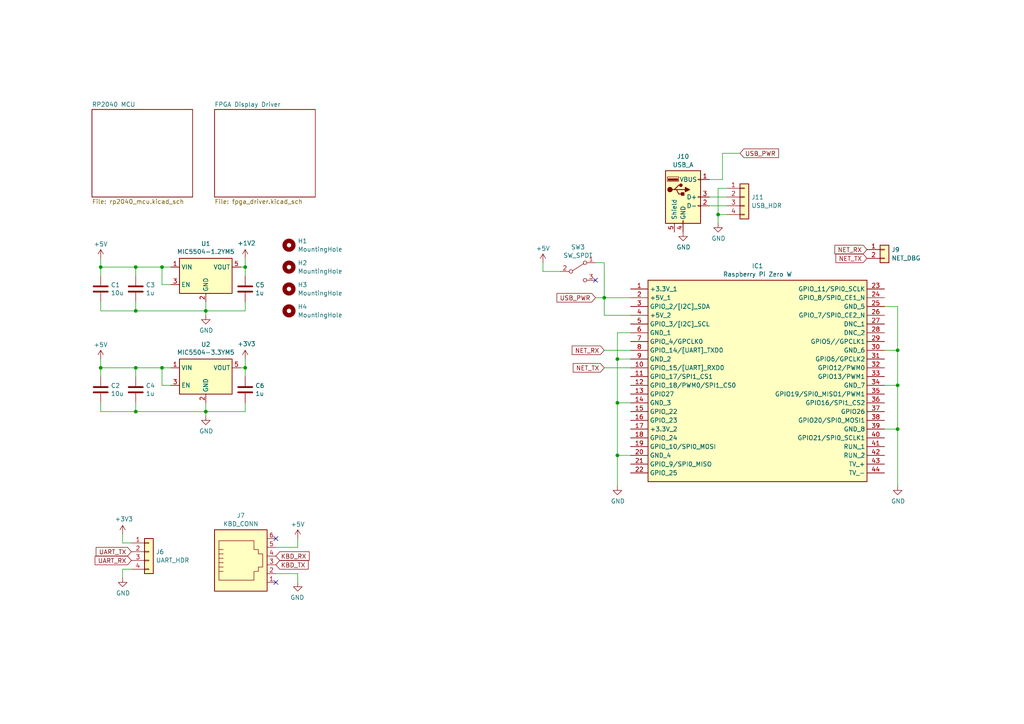
<source format=kicad_sch>
(kicad_sch (version 20230121) (generator eeschema)
  (paper "A4")
  (lib_symbols
    (symbol "Connector:6P6C" (pin_names (offset 1.016))
      (property "Reference" "J" (at -5.08 11.43 0))
      (property "Value" "6P6C" (at 2.54 11.43 0))
      (symbol "6P6C_0_1"
        (polyline (pts (xy -6.35 -1.905) (xy -5.08 -1.905) (xy -5.08 -1.905)))
        (polyline (pts (xy -6.35 -0.635) (xy -5.08 -0.635) (xy -5.08 -0.635)))
        (polyline (pts (xy -6.35 0.635) (xy -5.08 0.635) (xy -5.08 0.635)))
        (polyline (pts (xy -6.35 1.905) (xy -5.08 1.905) (xy -5.08 1.905)))
        (polyline (pts (xy -6.35 3.175) (xy -5.08 3.175) (xy -5.08 3.175)))
        (polyline (pts (xy -5.08 4.445) (xy -6.35 4.445) (xy -6.35 4.445)))
        (polyline (pts (xy -6.35 -4.445) (xy -6.35 6.985) (xy 3.81 6.985) (xy 3.81 4.445) (xy 5.08 4.445) (xy 5.08 3.175) (xy 6.35 3.175) (xy 6.35 -0.635) (xy 5.08 -0.635) (xy 5.08 -1.905) (xy 3.81 -1.905) (xy 3.81 -4.445) (xy -6.35 -4.445) (xy -6.35 -4.445)))
        (rectangle (start 7.62 10.16) (end -7.62 -7.62) (stroke (width 0.254)) (fill (type background)))
      )
      (symbol "6P6C_1_1"
        (pin passive line (at 10.16 -5.08 180) (length 2.54) (name "~") (number "1"))
        (pin passive line (at 10.16 -2.54 180) (length 2.54) (name "~") (number "2"))
        (pin passive line (at 10.16 0 180) (length 2.54) (name "~") (number "3"))
        (pin passive line (at 10.16 2.54 180) (length 2.54) (name "~") (number "4"))
        (pin passive line (at 10.16 5.08 180) (length 2.54) (name "~") (number "5"))
        (pin passive line (at 10.16 7.62 180) (length 2.54) (name "~") (number "6"))
      )
    )
    (symbol "Connector:USB_A" (pin_names (offset 1.016))
      (property "Reference" "J" (at -5.08 11.43 0))
      (property "Value" "USB_A" (at -5.08 8.89 0))
      (symbol "USB_A_0_1"
        (rectangle (start -5.08 -7.62) (end 5.08 7.62) (stroke (width 0.254)) (fill (type background)))
        (circle (center -3.81 2.159) (radius 0.635) (stroke (width 0.254)) (fill (type outline)))
        (rectangle (start -1.524 4.826) (end -4.318 5.334) (fill (type outline)))
        (rectangle (start -1.27 4.572) (end -4.572 5.842))
        (circle (center -0.635 3.429) (radius 0.381) (stroke (width 0.254)) (fill (type outline)))
        (rectangle (start -0.127 -7.62) (end 0.127 -6.858))
        (polyline (pts (xy -3.175 2.159) (xy -2.54 2.159) (xy -1.27 3.429) (xy -0.635 3.429)) (stroke (width 0.254)))
        (polyline (pts (xy -2.54 2.159) (xy -1.905 2.159) (xy -1.27 0.889) (xy 0 0.889)) (stroke (width 0.254)))
        (polyline (pts (xy 0.635 2.794) (xy 0.635 1.524) (xy 1.905 2.159) (xy 0.635 2.794)) (stroke (width 0.254)) (fill (type outline)))
        (rectangle (start 0.254 1.27) (end -0.508 0.508) (stroke (width 0.254)) (fill (type outline)))
        (rectangle (start 5.08 -2.667) (end 4.318 -2.413))
        (rectangle (start 5.08 -0.127) (end 4.318 0.127))
        (rectangle (start 5.08 4.953) (end 4.318 5.207))
      )
      (symbol "USB_A_1_1"
        (polyline (pts (xy -1.905 2.159) (xy 0.635 2.159)) (stroke (width 0.254)))
        (pin power_in line (at 7.62 5.08 180) (length 2.54) (name "VBUS") (number "1"))
        (pin bidirectional line (at 7.62 -2.54 180) (length 2.54) (name "D-") (number "2"))
        (pin bidirectional line (at 7.62 0 180) (length 2.54) (name "D+") (number "3"))
        (pin power_in line (at 0 -10.16 90) (length 2.54) (name "GND") (number "4"))
        (pin passive line (at -2.54 -10.16 90) (length 2.54) (name "Shield") (number "5"))
      )
    )
    (symbol "Connector_Generic:Conn_01x02" (pin_names (offset 1.016) hide)
      (property "Reference" "J" (at 0 2.54 0))
      (property "Value" "Conn_01x02" (at 0 -5.08 0))
      (symbol "Conn_01x02_1_1"
        (rectangle (start -1.27 -2.413) (end 0 -2.667) (stroke (width 0.1524)))
        (rectangle (start -1.27 0.127) (end 0 -0.127) (stroke (width 0.1524)))
        (rectangle (start -1.27 1.27) (end 1.27 -3.81) (stroke (width 0.254)) (fill (type background)))
        (pin passive line (at -5.08 0 0) (length 3.81) (name "Pin_1") (number "1"))
        (pin passive line (at -5.08 -2.54 0) (length 3.81) (name "Pin_2") (number "2"))
      )
    )
    (symbol "Connector_Generic:Conn_01x04" (pin_names (offset 1.016) hide)
      (property "Reference" "J" (at 0 5.08 0))
      (property "Value" "Conn_01x04" (at 0 -7.62 0))
      (symbol "Conn_01x04_1_1"
        (rectangle (start -1.27 -4.953) (end 0 -5.207) (stroke (width 0.1524)))
        (rectangle (start -1.27 -2.413) (end 0 -2.667) (stroke (width 0.1524)))
        (rectangle (start -1.27 0.127) (end 0 -0.127) (stroke (width 0.1524)))
        (rectangle (start -1.27 2.667) (end 0 2.413) (stroke (width 0.1524)))
        (rectangle (start -1.27 3.81) (end 1.27 -6.35) (stroke (width 0.254)) (fill (type background)))
        (pin passive line (at -5.08 2.54 0) (length 3.81) (name "Pin_1") (number "1"))
        (pin passive line (at -5.08 0 0) (length 3.81) (name "Pin_2") (number "2"))
        (pin passive line (at -5.08 -2.54 0) (length 3.81) (name "Pin_3") (number "3"))
        (pin passive line (at -5.08 -5.08 0) (length 3.81) (name "Pin_4") (number "4"))
      )
    )
    (symbol "Device:C" (pin_numbers hide) (pin_names (offset 0.254))
      (property "Reference" "C" (at 0.635 2.54 0))
      (property "Value" "C" (at 0.635 -2.54 0))
      (symbol "C_0_1"
        (polyline (pts (xy -2.032 -0.762) (xy 2.032 -0.762)) (stroke (width 0.508)))
        (polyline (pts (xy -2.032 0.762) (xy 2.032 0.762)) (stroke (width 0.508)))
      )
      (symbol "C_1_1"
        (pin passive line (at 0 3.81 270) (length 2.794) (name "~") (number "1"))
        (pin passive line (at 0 -3.81 90) (length 2.794) (name "~") (number "2"))
      )
    )
    (symbol "Mechanical:MountingHole" (pin_names (offset 1.016))
      (property "Reference" "H" (at 0 5.08 0))
      (property "Value" "MountingHole" (at 0 3.175 0))
      (symbol "MountingHole_0_1"
        (circle (center 0 0) (radius 1.27) (stroke (width 1.27)))
      )
    )
    (symbol "Raspberry_Pi_Zero_W__v1_3_:Raspberry_Pi_Zero_W__v1.3_"
      (property "Reference" "IC" (at 69.85 7.62 0))
      (property "Value" "Raspberry_Pi_Zero_W__v1.3_" (at 69.85 5.08 0))
      (symbol "Raspberry_Pi_Zero_W__v1.3__1_1"
        (rectangle (start 5.08 2.54) (end 68.58 -55.88) (stroke (width 0.254)) (fill (type background)))
        (pin passive line (at 0 0 0) (length 5.08) (name "+3.3V_1") (number "1"))
        (pin passive line (at 0 -22.86 0) (length 5.08) (name "GPIO_15/[UART]_RXD0") (number "10"))
        (pin passive line (at 0 -25.4 0) (length 5.08) (name "GPIO_17/SPI1_CS1") (number "11"))
        (pin passive line (at 0 -27.94 0) (length 5.08) (name "GPIO_18/PWM0/SPI1_CS0") (number "12"))
        (pin passive line (at 0 -30.48 0) (length 5.08) (name "GPIO27") (number "13"))
        (pin passive line (at 0 -33.02 0) (length 5.08) (name "GND_3") (number "14"))
        (pin passive line (at 0 -35.56 0) (length 5.08) (name "GPIO_22") (number "15"))
        (pin passive line (at 0 -38.1 0) (length 5.08) (name "GPIO_23") (number "16"))
        (pin passive line (at 0 -40.64 0) (length 5.08) (name "+3.3V_2") (number "17"))
        (pin passive line (at 0 -43.18 0) (length 5.08) (name "GPIO_24") (number "18"))
        (pin passive line (at 0 -45.72 0) (length 5.08) (name "GPIO_10/SPI0_MOSI") (number "19"))
        (pin passive line (at 0 -2.54 0) (length 5.08) (name "+5V_1") (number "2"))
        (pin passive line (at 0 -48.26 0) (length 5.08) (name "GND_4") (number "20"))
        (pin passive line (at 0 -50.8 0) (length 5.08) (name "GPIO_9/SPI0_MISO") (number "21"))
        (pin passive line (at 0 -53.34 0) (length 5.08) (name "GPIO_25") (number "22"))
        (pin passive line (at 73.66 0 180) (length 5.08) (name "GPIO_11/SPI0_SCLK") (number "23"))
        (pin passive line (at 73.66 -2.54 180) (length 5.08) (name "GPIO_8/SPI0_CE1_N") (number "24"))
        (pin passive line (at 73.66 -5.08 180) (length 5.08) (name "GND_5") (number "25"))
        (pin passive line (at 73.66 -7.62 180) (length 5.08) (name "GPIO_7/SPI0_CE2_N") (number "26"))
        (pin passive line (at 73.66 -10.16 180) (length 5.08) (name "DNC_1") (number "27"))
        (pin passive line (at 73.66 -12.7 180) (length 5.08) (name "DNC_2") (number "28"))
        (pin passive line (at 73.66 -15.24 180) (length 5.08) (name "GPIO5//GPCLK1") (number "29"))
        (pin passive line (at 0 -5.08 0) (length 5.08) (name "GPIO_2/[I2C]_SDA") (number "3"))
        (pin passive line (at 73.66 -17.78 180) (length 5.08) (name "GND_6") (number "30"))
        (pin passive line (at 73.66 -20.32 180) (length 5.08) (name "GPIO6/GPCLK2") (number "31"))
        (pin passive line (at 73.66 -22.86 180) (length 5.08) (name "GPIO12/PWM0") (number "32"))
        (pin passive line (at 73.66 -25.4 180) (length 5.08) (name "GPIO13/PWM1") (number "33"))
        (pin passive line (at 73.66 -27.94 180) (length 5.08) (name "GND_7") (number "34"))
        (pin passive line (at 73.66 -30.48 180) (length 5.08) (name "GPIO19/SPI0_MISO1/PWM1") (number "35"))
        (pin passive line (at 73.66 -33.02 180) (length 5.08) (name "GPIO16/SPI1_CS2") (number "36"))
        (pin passive line (at 73.66 -35.56 180) (length 5.08) (name "GPIO26") (number "37"))
        (pin passive line (at 73.66 -38.1 180) (length 5.08) (name "GPIO20/SPI0_MOSI1") (number "38"))
        (pin passive line (at 73.66 -40.64 180) (length 5.08) (name "GND_8") (number "39"))
        (pin passive line (at 0 -7.62 0) (length 5.08) (name "+5V_2") (number "4"))
        (pin passive line (at 73.66 -43.18 180) (length 5.08) (name "GPIO21/SPI0_SCLK1") (number "40"))
        (pin passive line (at 73.66 -45.72 180) (length 5.08) (name "RUN_1") (number "41"))
        (pin passive line (at 73.66 -48.26 180) (length 5.08) (name "RUN_2") (number "42"))
        (pin passive line (at 73.66 -50.8 180) (length 5.08) (name "TV_+") (number "43"))
        (pin passive line (at 73.66 -53.34 180) (length 5.08) (name "TV_-") (number "44"))
        (pin passive line (at 0 -10.16 0) (length 5.08) (name "GPIO_3/[I2C]_SCL") (number "5"))
        (pin passive line (at 0 -12.7 0) (length 5.08) (name "GND_1") (number "6"))
        (pin passive line (at 0 -15.24 0) (length 5.08) (name "GPIO_4/GPCLK0") (number "7"))
        (pin passive line (at 0 -17.78 0) (length 5.08) (name "GPIO_14/[UART]_TXD0") (number "8"))
        (pin passive line (at 0 -20.32 0) (length 5.08) (name "GND_2") (number "9"))
      )
    )
    (symbol "Regulator_Linear:MIC5504-1.2YM5"
      (property "Reference" "U" (at -7.62 8.89 0))
      (property "Value" "MIC5504-1.2YM5" (at -7.62 6.35 0))
      (symbol "MIC5504-1.2YM5_0_1"
        (rectangle (start -7.62 -5.08) (end 7.62 5.08) (stroke (width 0.254)) (fill (type background)))
      )
      (symbol "MIC5504-1.2YM5_1_1"
        (pin power_in line (at -10.16 2.54 0) (length 2.54) (name "VIN") (number "1"))
        (pin power_in line (at 0 -7.62 90) (length 2.54) (name "GND") (number "2"))
        (pin input line (at -10.16 -2.54 0) (length 2.54) (name "EN") (number "3"))
        (pin no_connect line (at 7.62 -2.54 180) (length 2.54) hide (name "NC") (number "4"))
        (pin power_out line (at 10.16 2.54 180) (length 2.54) (name "VOUT") (number "5"))
      )
    )
    (symbol "Regulator_Linear:MIC5504-3.3YM5"
      (property "Reference" "U" (at -7.62 8.89 0))
      (property "Value" "MIC5504-3.3YM5" (at -7.62 6.35 0))
      (symbol "MIC5504-3.3YM5_0_1"
        (rectangle (start -7.62 -5.08) (end 7.62 5.08) (stroke (width 0.254)) (fill (type background)))
      )
      (symbol "MIC5504-3.3YM5_1_1"
        (pin power_in line (at -10.16 2.54 0) (length 2.54) (name "VIN") (number "1"))
        (pin power_in line (at 0 -7.62 90) (length 2.54) (name "GND") (number "2"))
        (pin input line (at -10.16 -2.54 0) (length 2.54) (name "EN") (number "3"))
        (pin no_connect line (at 7.62 -2.54 180) (length 2.54) hide (name "NC") (number "4"))
        (pin power_out line (at 10.16 2.54 180) (length 2.54) (name "VOUT") (number "5"))
      )
    )
    (symbol "Switch:SW_SPDT" (pin_names (offset 0) hide)
      (property "Reference" "SW" (at 0 4.318 0))
      (property "Value" "SW_SPDT" (at 0 -5.08 0))
      (symbol "SW_SPDT_0_0"
        (circle (center -2.032 0) (radius 0.508))
        (circle (center 2.032 -2.54) (radius 0.508))
      )
      (symbol "SW_SPDT_0_1"
        (polyline (pts (xy -1.524 0.254) (xy 1.651 2.286)))
        (circle (center 2.032 2.54) (radius 0.508))
      )
      (symbol "SW_SPDT_1_1"
        (pin passive line (at 5.08 2.54 180) (length 2.54) (name "A") (number "1"))
        (pin passive line (at -5.08 0 0) (length 2.54) (name "B") (number "2"))
        (pin passive line (at 5.08 -2.54 180) (length 2.54) (name "C") (number "3"))
      )
    )
    (symbol "power:+1V2" (power) (pin_names (offset 0))
      (property "Value" "+1V2" (at 0 3.556 0))
      (symbol "+1V2_0_1"
        (polyline (pts (xy -0.762 1.27) (xy 0 2.54)))
        (polyline (pts (xy 0 0) (xy 0 2.54)))
        (polyline (pts (xy 0 2.54) (xy 0.762 1.27)))
      )
      (symbol "+1V2_1_1"
        (pin power_in line (at 0 0 90) (length 0) hide (name "+1V2") (number "1"))
      )
    )
    (symbol "power:+3V3" (power) (pin_names (offset 0))
      (property "Value" "+3V3" (at 0 3.556 0))
      (symbol "+3V3_0_1"
        (polyline (pts (xy -0.762 1.27) (xy 0 2.54)))
        (polyline (pts (xy 0 0) (xy 0 2.54)))
        (polyline (pts (xy 0 2.54) (xy 0.762 1.27)))
      )
      (symbol "+3V3_1_1"
        (pin power_in line (at 0 0 90) (length 0) hide (name "+3V3") (number "1"))
      )
    )
    (symbol "power:+5V" (power) (pin_names (offset 0))
      (property "Value" "+5V" (at 0 3.556 0))
      (symbol "+5V_0_1"
        (polyline (pts (xy -0.762 1.27) (xy 0 2.54)))
        (polyline (pts (xy 0 0) (xy 0 2.54)))
        (polyline (pts (xy 0 2.54) (xy 0.762 1.27)))
      )
      (symbol "+5V_1_1"
        (pin power_in line (at 0 0 90) (length 0) hide (name "+5V") (number "1"))
      )
    )
    (symbol "power:GND" (power) (pin_names (offset 0))
      (property "Value" "GND" (at 0 -3.81 0))
      (symbol "GND_0_1"
        (polyline (pts (xy 0 0) (xy 0 -1.27) (xy 1.27 -1.27) (xy 0 -2.54) (xy -1.27 -1.27) (xy 0 -1.27)))
      )
      (symbol "GND_1_1"
        (pin power_in line (at 0 0 270) (length 0) hide (name "GND") (number "1"))
      )
    )
  )
  (junction (at 39.37 90.17))
  (junction (at 46.99 106.68))
  (junction (at 260.35 101.6))
  (junction (at 71.12 106.68))
  (junction (at 179.07 132.08))
  (junction (at 46.99 77.47))
  (junction (at 179.07 116.84))
  (junction (at 39.37 119.38))
  (junction (at 59.69 119.38))
  (junction (at 208.28 62.23))
  (junction (at 39.37 77.47))
  (junction (at 260.35 111.76))
  (junction (at 39.37 106.68))
  (junction (at 29.21 77.47))
  (junction (at 59.69 90.17))
  (junction (at 29.21 106.68))
  (junction (at 71.12 77.47))
  (junction (at 179.07 104.14))
  (junction (at 175.26 86.36))
  (junction (at 260.35 124.46))
  (no_connect (at 80.01 168.91))
  (no_connect (at 80.01 156.21))
  (no_connect (at 172.72 81.28))
  (wire (pts (xy 59.69 90.17) (xy 39.37 90.17)))
  (wire (pts (xy 29.21 104.14) (xy 29.21 106.68)))
  (wire (pts (xy 39.37 80.01) (xy 39.37 77.47)))
  (wire (pts (xy 71.12 87.63) (xy 71.12 90.17)))
  (wire (pts (xy 59.69 116.84) (xy 59.69 119.38)))
  (wire (pts (xy 29.21 116.84) (xy 29.21 119.38)))
  (wire (pts (xy 182.88 96.52) (xy 179.07 96.52)))
  (wire (pts (xy 179.07 96.52) (xy 179.07 104.14)))
  (wire (pts (xy 162.56 78.74) (xy 157.48 78.74)))
  (wire (pts (xy 39.37 119.38) (xy 39.37 116.84)))
  (wire (pts (xy 209.55 44.45) (xy 214.63 44.45)))
  (wire (pts (xy 175.26 106.68) (xy 182.88 106.68)))
  (wire (pts (xy 35.56 165.1) (xy 38.1 165.1)))
  (wire (pts (xy 172.72 86.36) (xy 175.26 86.36)))
  (wire (pts (xy 208.28 54.61) (xy 208.28 62.23)))
  (wire (pts (xy 29.21 74.93) (xy 29.21 77.47)))
  (wire (pts (xy 46.99 82.55) (xy 46.99 77.47)))
  (wire (pts (xy 260.35 124.46) (xy 256.54 124.46)))
  (wire (pts (xy 210.82 54.61) (xy 208.28 54.61)))
  (wire (pts (xy 29.21 90.17) (xy 29.21 87.63)))
  (wire (pts (xy 172.72 76.2) (xy 175.26 76.2)))
  (wire (pts (xy 260.35 101.6) (xy 260.35 111.76)))
  (wire (pts (xy 49.53 82.55) (xy 46.99 82.55)))
  (wire (pts (xy 59.69 119.38) (xy 59.69 120.65)))
  (wire (pts (xy 29.21 77.47) (xy 29.21 80.01)))
  (wire (pts (xy 29.21 106.68) (xy 39.37 106.68)))
  (wire (pts (xy 86.36 158.75) (xy 80.01 158.75)))
  (wire (pts (xy 71.12 104.14) (xy 71.12 106.68)))
  (wire (pts (xy 71.12 74.93) (xy 71.12 77.47)))
  (wire (pts (xy 86.36 168.91) (xy 86.36 166.37)))
  (wire (pts (xy 39.37 119.38) (xy 29.21 119.38)))
  (wire (pts (xy 182.88 116.84) (xy 179.07 116.84)))
  (wire (pts (xy 182.88 91.44) (xy 175.26 91.44)))
  (wire (pts (xy 46.99 111.76) (xy 46.99 106.68)))
  (wire (pts (xy 39.37 109.22) (xy 39.37 106.68)))
  (wire (pts (xy 260.35 88.9) (xy 260.35 101.6)))
  (wire (pts (xy 39.37 106.68) (xy 46.99 106.68)))
  (wire (pts (xy 256.54 111.76) (xy 260.35 111.76)))
  (wire (pts (xy 256.54 88.9) (xy 260.35 88.9)))
  (wire (pts (xy 179.07 140.97) (xy 179.07 132.08)))
  (wire (pts (xy 69.85 106.68) (xy 71.12 106.68)))
  (wire (pts (xy 208.28 62.23) (xy 208.28 64.77)))
  (wire (pts (xy 182.88 104.14) (xy 179.07 104.14)))
  (wire (pts (xy 59.69 87.63) (xy 59.69 90.17)))
  (wire (pts (xy 205.74 57.15) (xy 210.82 57.15)))
  (wire (pts (xy 59.69 90.17) (xy 59.69 91.44)))
  (wire (pts (xy 157.48 78.74) (xy 157.48 76.2)))
  (wire (pts (xy 256.54 101.6) (xy 260.35 101.6)))
  (wire (pts (xy 35.56 167.64) (xy 35.56 165.1)))
  (wire (pts (xy 46.99 77.47) (xy 49.53 77.47)))
  (wire (pts (xy 59.69 119.38) (xy 39.37 119.38)))
  (wire (pts (xy 35.56 157.48) (xy 38.1 157.48)))
  (wire (pts (xy 71.12 90.17) (xy 59.69 90.17)))
  (wire (pts (xy 46.99 106.68) (xy 49.53 106.68)))
  (wire (pts (xy 49.53 111.76) (xy 46.99 111.76)))
  (wire (pts (xy 69.85 77.47) (xy 71.12 77.47)))
  (wire (pts (xy 175.26 76.2) (xy 175.26 86.36)))
  (wire (pts (xy 71.12 109.22) (xy 71.12 106.68)))
  (wire (pts (xy 179.07 132.08) (xy 182.88 132.08)))
  (wire (pts (xy 71.12 119.38) (xy 59.69 119.38)))
  (wire (pts (xy 205.74 59.69) (xy 210.82 59.69)))
  (wire (pts (xy 175.26 91.44) (xy 175.26 86.36)))
  (wire (pts (xy 175.26 101.6) (xy 182.88 101.6)))
  (wire (pts (xy 260.35 140.97) (xy 260.35 124.46)))
  (wire (pts (xy 35.56 154.94) (xy 35.56 157.48)))
  (wire (pts (xy 39.37 90.17) (xy 39.37 87.63)))
  (wire (pts (xy 209.55 52.07) (xy 205.74 52.07)))
  (wire (pts (xy 29.21 77.47) (xy 39.37 77.47)))
  (wire (pts (xy 71.12 80.01) (xy 71.12 77.47)))
  (wire (pts (xy 80.01 166.37) (xy 86.36 166.37)))
  (wire (pts (xy 260.35 111.76) (xy 260.35 124.46)))
  (wire (pts (xy 208.28 62.23) (xy 210.82 62.23)))
  (wire (pts (xy 179.07 116.84) (xy 179.07 132.08)))
  (wire (pts (xy 39.37 90.17) (xy 29.21 90.17)))
  (wire (pts (xy 29.21 109.22) (xy 29.21 106.68)))
  (wire (pts (xy 86.36 156.21) (xy 86.36 158.75)))
  (wire (pts (xy 209.55 44.45) (xy 209.55 52.07)))
  (wire (pts (xy 71.12 116.84) (xy 71.12 119.38)))
  (wire (pts (xy 175.26 86.36) (xy 182.88 86.36)))
  (wire (pts (xy 179.07 104.14) (xy 179.07 116.84)))
  (wire (pts (xy 39.37 77.47) (xy 46.99 77.47)))
  (global_label "NET_RX" (shape input) (at 175.26 101.6 180) (property "Intersheetrefs" "${INTERSHEET_REFS}" (effects hide)))
  (global_label "NET_TX" (shape input) (at 251.46 74.93 180) (property "Intersheetrefs" "${INTERSHEET_REFS}" (effects hide)))
  (global_label "KBD_RX" (shape input) (at 80.01 161.29 0) (property "Intersheetrefs" "${INTERSHEET_REFS}" (effects hide)))
  (global_label "USB_PWR" (shape input) (at 172.72 86.36 180) (property "Intersheetrefs" "${INTERSHEET_REFS}" (effects hide)))
  (global_label "NET_TX" (shape input) (at 175.26 106.68 180) (property "Intersheetrefs" "${INTERSHEET_REFS}" (effects hide)))
  (global_label "NET_RX" (shape input) (at 251.46 72.39 180) (property "Intersheetrefs" "${INTERSHEET_REFS}" (effects hide)))
  (global_label "UART_RX" (shape input) (at 38.1 162.56 180) (property "Intersheetrefs" "${INTERSHEET_REFS}" (effects hide)))
  (global_label "USB_PWR" (shape input) (at 214.63 44.45 0) (property "Intersheetrefs" "${INTERSHEET_REFS}" (effects hide)))
  (global_label "UART_TX" (shape input) (at 38.1 160.02 180) (property "Intersheetrefs" "${INTERSHEET_REFS}" (effects hide)))
  (global_label "KBD_TX" (shape input) (at 80.01 163.83 0) (property "Intersheetrefs" "${INTERSHEET_REFS}" (effects hide)))
  (symbol (lib_id "Regulator_Linear:MIC5504-1.2YM5") (at 59.69 80.01 0) (unit 1)
    (property "Reference" "U1" (at 59.69 70.6882 0))
    (property "Value" "MIC5504-1.2YM5" (at 59.69 72.9996 0))
    (property "Footprint" "Package_TO_SOT_SMD:SOT-23-5" (effects hide))
    (property "Datasheet" "http://ww1.microchip.com/downloads/en/DeviceDoc/MIC550X.pdf" (effects hide))
  )
  (symbol (lib_id "Connector:6P6C") (at 69.85 163.83 0) (unit 1)
    (property "Reference" "J7" (at 69.85 149.5257 0))
    (property "Value" "KBD_CONN" (at 69.85 151.9499 0))
    (property "Footprint" "Connector_RJ:RJ12_Amphenol_54601" (effects hide))
  )
  (symbol (lib_id "power:+5V") (at 29.21 104.14 0) (unit 1)
    (property "Reference" "#PWR02" (effects hide))
    (property "Value" "+5V" (at 29.21 100.0069 0))
  )
  (symbol (lib_id "Device:C") (at 39.37 83.82 0) (unit 1)
    (property "Reference" "C3" (at 42.291 82.6516 0) (effects (justify left)))
    (property "Value" "1u" (at 42.291 84.963 0) (effects (justify left)))
    (property "Footprint" "Capacitor_SMD:C_0603_1608Metric" (effects hide))
  )
  (symbol (lib_id "Mechanical:MountingHole") (at 83.82 71.12 0) (unit 1)
    (property "Reference" "H1" (at 86.36 69.9079 0) (effects (justify left)))
    (property "Value" "MountingHole" (at 86.36 72.3321 0) (effects (justify left)))
    (property "Footprint" "MountingHole:MountingHole_3.2mm_M3_Pad_Via" (effects hide))
  )
  (symbol (lib_id "power:+5V") (at 86.36 156.21 0) (mirror y) (unit 1)
    (property "Reference" "#PWR048" (effects hide))
    (property "Value" "+5V" (at 86.36 152.0769 0))
  )
  (symbol (lib_id "Device:C") (at 29.21 113.03 0) (unit 1)
    (property "Reference" "C2" (at 32.131 111.8616 0) (effects (justify left)))
    (property "Value" "10u" (at 32.131 114.173 0) (effects (justify left)))
    (property "Footprint" "Capacitor_SMD:C_0603_1608Metric" (effects hide))
  )
  (symbol (lib_id "power:+5V") (at 29.21 74.93 0) (unit 1)
    (property "Reference" "#PWR01" (effects hide))
    (property "Value" "+5V" (at 29.21 70.7969 0))
  )
  (symbol (lib_id "power:GND") (at 179.07 140.97 0) (unit 1)
    (property "Reference" "#PWR060" (effects hide))
    (property "Value" "GND" (at 179.197 145.3642 0))
  )
  (symbol (lib_id "power:GND") (at 59.69 91.44 0) (unit 1)
    (property "Reference" "#PWR04" (effects hide))
    (property "Value" "GND" (at 59.817 95.8342 0))
  )
  (symbol (lib_id "power:+5V") (at 157.48 76.2 0) (mirror y) (unit 1)
    (property "Reference" "#PWR059" (effects hide))
    (property "Value" "+5V" (at 157.48 72.0669 0))
  )
  (symbol (lib_id "Device:C") (at 71.12 113.03 0) (unit 1)
    (property "Reference" "C6" (at 74.041 111.8616 0) (effects (justify left)))
    (property "Value" "1u" (at 74.041 114.173 0) (effects (justify left)))
    (property "Footprint" "Capacitor_SMD:C_0603_1608Metric" (effects hide))
  )
  (symbol (lib_id "power:GND") (at 35.56 167.64 0) (unit 1)
    (property "Reference" "#PWR046" (effects hide))
    (property "Value" "GND" (at 35.687 172.0342 0))
  )
  (symbol (lib_id "Device:C") (at 29.21 83.82 0) (unit 1)
    (property "Reference" "C1" (at 32.131 82.6516 0) (effects (justify left)))
    (property "Value" "10u" (at 32.131 84.963 0) (effects (justify left)))
    (property "Footprint" "Capacitor_SMD:C_0603_1608Metric" (effects hide))
  )
  (symbol (lib_id "Mechanical:MountingHole") (at 83.82 77.47 0) (unit 1)
    (property "Reference" "H2" (at 86.36 76.2579 0) (effects (justify left)))
    (property "Value" "MountingHole" (at 86.36 78.6821 0) (effects (justify left)))
    (property "Footprint" "MountingHole:MountingHole_3.2mm_M3_Pad_Via" (effects hide))
  )
  (symbol (lib_id "power:GND") (at 260.35 140.97 0) (unit 1)
    (property "Reference" "#PWR061" (effects hide))
    (property "Value" "GND" (at 260.477 145.3642 0))
  )
  (symbol (lib_id "Device:C") (at 39.37 113.03 0) (unit 1)
    (property "Reference" "C4" (at 42.291 111.8616 0) (effects (justify left)))
    (property "Value" "1u" (at 42.291 114.173 0) (effects (justify left)))
    (property "Footprint" "Capacitor_SMD:C_0603_1608Metric" (effects hide))
  )
  (symbol (lib_id "Mechanical:MountingHole") (at 83.82 90.17 0) (unit 1)
    (property "Reference" "H4" (at 86.36 88.9579 0) (effects (justify left)))
    (property "Value" "MountingHole" (at 86.36 91.3821 0) (effects (justify left)))
    (property "Footprint" "MountingHole:MountingHole_3.2mm_M3_Pad_Via" (effects hide))
  )
  (symbol (lib_id "Device:C") (at 71.12 83.82 0) (unit 1)
    (property "Reference" "C5" (at 74.041 82.6516 0) (effects (justify left)))
    (property "Value" "1u" (at 74.041 84.963 0) (effects (justify left)))
    (property "Footprint" "Capacitor_SMD:C_0603_1608Metric" (effects hide))
  )
  (symbol (lib_id "Connector:USB_A") (at 198.12 57.15 0) (unit 1)
    (property "Reference" "J10" (at 198.12 45.3857 0))
    (property "Value" "USB_A" (at 198.12 47.8099 0))
    (property "Footprint" "Connector_USB:USB_A_Molex_67643_Horizontal" (effects hide))
    (property "Datasheet" " ~" (effects hide))
  )
  (symbol (lib_id "Raspberry_Pi_Zero_W__v1_3_:Raspberry_Pi_Zero_W__v1.3_") (at 182.88 83.82 0) (unit 1)
    (property "Reference" "IC1" (at 219.71 77.1357 0))
    (property "Value" "Raspberry Pi Zero W" (at 219.71 79.5599 0))
    (property "Footprint" "RASPBERRYPIZEROWV13" (effects hide))
    (property "Datasheet" "https://cdn.sparkfun.com/assets/learn_tutorials/6/7/6/PiZero_1.pdf" (effects hide))
    (property "Manufacturer_Name" "RASPBERRY-PI" (effects hide))
    (property "Manufacturer_Part_Number" "Raspberry Pi Zero W (v1.3)" (effects hide))
  )
  (symbol (lib_id "power:+3V3") (at 71.12 104.14 0) (unit 1)
    (property "Reference" "#PWR07" (effects hide))
    (property "Value" "+3V3" (at 71.501 99.7458 0))
  )
  (symbol (lib_id "power:+3V3") (at 35.56 154.94 0) (unit 1)
    (property "Reference" "#PWR045" (effects hide))
    (property "Value" "+3V3" (at 35.941 150.5458 0))
  )
  (symbol (lib_id "Connector_Generic:Conn_01x04") (at 43.18 160.02 0) (unit 1)
    (property "Reference" "J6" (at 45.212 160.0779 0) (effects (justify left)))
    (property "Value" "UART_HDR" (at 45.212 162.5021 0) (effects (justify left)))
    (property "Footprint" "Connector_PinSocket_2.54mm:PinSocket_1x04_P2.54mm_Horizontal" (effects hide))
  )
  (symbol (lib_id "power:GND") (at 59.69 120.65 0) (unit 1)
    (property "Reference" "#PWR05" (effects hide))
    (property "Value" "GND" (at 59.817 125.0442 0))
  )
  (symbol (lib_id "power:GND") (at 86.36 168.91 0) (mirror y) (unit 1)
    (property "Reference" "#PWR049" (effects hide))
    (property "Value" "GND" (at 86.233 173.3042 0))
  )
  (symbol (lib_id "power:GND") (at 198.12 67.31 0) (unit 1)
    (property "Reference" "#PWR063" (effects hide))
    (property "Value" "GND" (at 198.247 71.7042 0))
  )
  (symbol (lib_id "Connector_Generic:Conn_01x04") (at 215.9 57.15 0) (unit 1)
    (property "Reference" "J11" (at 217.932 57.2079 0) (effects (justify left)))
    (property "Value" "USB_HDR" (at 217.932 59.6321 0) (effects (justify left)))
    (property "Footprint" "Connector_PinHeader_2.54mm:PinHeader_1x04_P2.54mm_Vertical" (effects hide))
  )
  (symbol (lib_id "Regulator_Linear:MIC5504-3.3YM5") (at 59.69 109.22 0) (unit 1)
    (property "Reference" "U2" (at 59.69 99.8982 0))
    (property "Value" "MIC5504-3.3YM5" (at 59.69 102.2096 0))
    (property "Footprint" "Package_TO_SOT_SMD:SOT-23-5" (effects hide))
    (property "Datasheet" "http://ww1.microchip.com/downloads/en/DeviceDoc/MIC550X.pdf" (effects hide))
  )
  (symbol (lib_id "Mechanical:MountingHole") (at 83.82 83.82 0) (unit 1)
    (property "Reference" "H3" (at 86.36 82.6079 0) (effects (justify left)))
    (property "Value" "MountingHole" (at 86.36 85.0321 0) (effects (justify left)))
    (property "Footprint" "MountingHole:MountingHole_3.2mm_M3_Pad_Via" (effects hide))
  )
  (symbol (lib_id "Connector_Generic:Conn_01x02") (at 256.54 72.39 0) (unit 1)
    (property "Reference" "J9" (at 258.572 72.4479 0) (effects (justify left)))
    (property "Value" "NET_DBG" (at 258.572 74.8721 0) (effects (justify left)))
    (property "Footprint" "Connector_PinHeader_2.54mm:PinHeader_1x02_P2.54mm_Vertical" (effects hide))
  )
  (symbol (lib_id "Switch:SW_SPDT") (at 167.64 78.74 0) (unit 1)
    (property "Reference" "SW3" (at 167.64 71.6747 0))
    (property "Value" "SW_SPDT" (at 167.64 74.0989 0))
    (property "Footprint" "Button_Switch_THT:SW_E-Switch_EG1224_SPDT_Angled" (effects hide))
  )
  (symbol (lib_id "power:GND") (at 208.28 64.77 0) (unit 1)
    (property "Reference" "#PWR062" (effects hide))
    (property "Value" "GND" (at 208.407 69.1642 0))
  )
  (symbol (lib_id "power:+1V2") (at 71.12 74.93 0) (unit 1)
    (property "Reference" "#PWR06" (effects hide))
    (property "Value" "+1V2" (at 71.501 70.5358 0))
  )
  (sheet (at 26.67 31.75) (size 29.21 25.4) (stroke (width 0.1524))
    (property "Sheetname" "RP2040 MCU" (at 26.67 31.0384 0) (effects (justify left bottom)))
    (property "Sheetfile" "rp2040_mcu.kicad_sch" (at 26.67 57.7346 0) (effects (justify left top)))
  )
  (sheet (at 62.23 31.75) (size 29.21 25.4) (stroke (width 0.1524))
    (property "Sheetname" "FPGA Display Driver" (at 62.23 31.0384 0) (effects (justify left bottom)))
    (property "Sheetfile" "fpga_driver.kicad_sch" (at 62.23 57.7346 0) (effects (justify left top)))
  )
)
</source>
